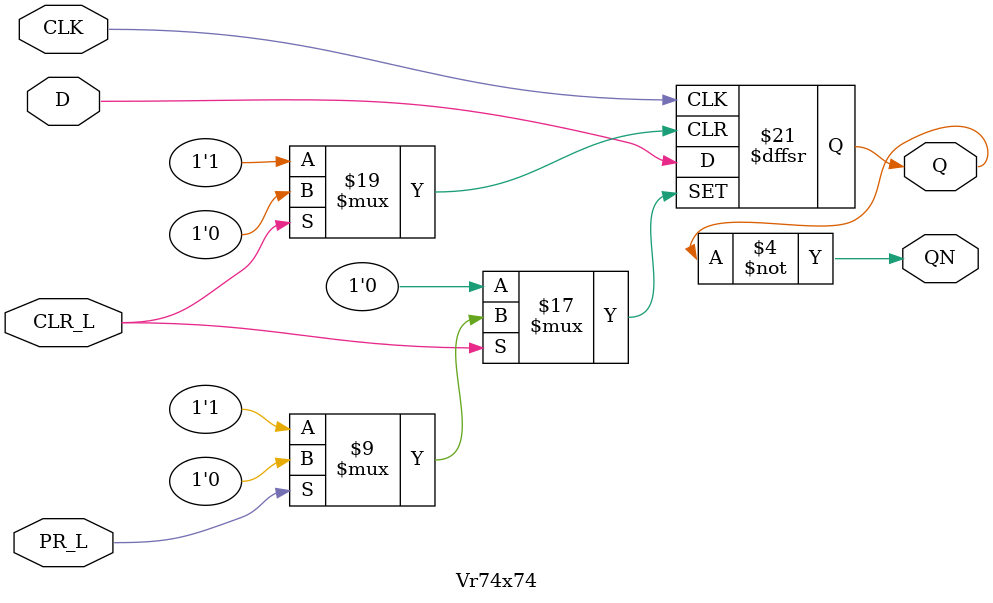
<source format=v>
`timescale 1ns / 1ps


module Vr74x74( 
    CLK, D, PR_L, CLR_L,  // ÊäÈëÐÅºÅ
    Q, QN  // Êä³öÐÅºÅ
);

    input CLK, D, PR_L, CLR_L; 
    output Q, QN;  
    reg Q;  
    
    //Ê±ÖÓÉÏÉýÑØ¡¢ÖÃÎ»»ò¸´Î»ÐÅºÅµÄÏÂ½µÑØ´¥·¢
    always @(posedge CLK or negedge PR_L or negedge CLR_L) 
    begin
        //µçÆ½´¥·¢
        if (PR_L == 0) 
            Q <= 1;  
        // ¸´Î»
        else if (CLR_L == 0) 
            Q <= 0;  // ¸´Î»
        // ÎÞÖÃÎ»»ò¸´Î»²Ù×÷Ê±£¬ÔÚÊ±ÖÓÉÏÉýÑØ¸üÐÂÊý¾Ý
        else 
            Q <= D;  
    end
    
    // Éú³É·´ÏòÊä³ö QN
    nor (QN, Q); 

endmodule

</source>
